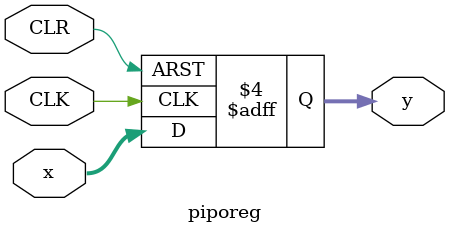
<source format=v>

module piporeg #(parameter N = 4)(
	input [N-1:0] x,
	input CLK, CLR,
	output reg [N-1:0] y);
		always @ (negedge CLK, negedge CLR)
			begin 
				if (CLR == 1'b0) y <= 0;
					else if (CLK == 1'b0) y <= x;
			end
endmodule 
</source>
